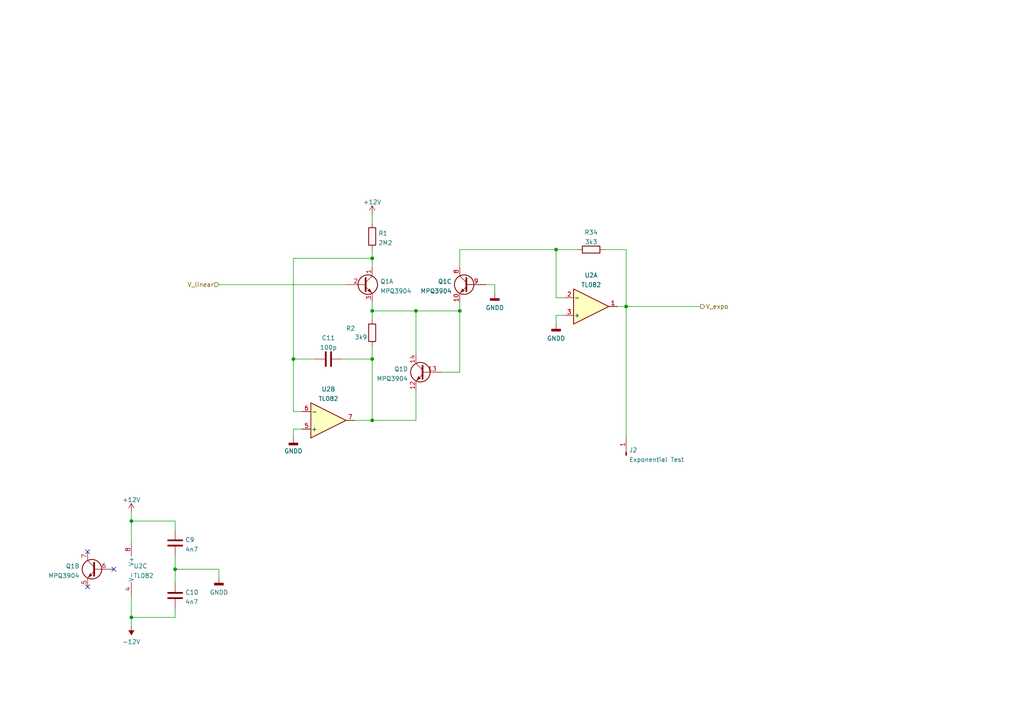
<source format=kicad_sch>
(kicad_sch (version 20211123) (generator eeschema)
  (paper "A4")
  (lib_symbols
    (symbol "Amplifier_Operational:TL082" (pin_names (offset 0.127))
      (property "Reference" "U" (at 0 5.08 0))
      (property "Value" "TL082" (at 0 -5.08 0))
      (symbol "TL082_1_1"
        (polyline (pts (xy -5.08 5.08) (xy 5.08 0) (xy -5.08 -5.08) (xy -5.08 5.08)) (stroke (width 0.254)) (fill (type background)))
        (pin output line (at 7.62 0 180) (length 2.54) (name "~") (number "1"))
        (pin input line (at -7.62 -2.54 0) (length 2.54) (name "-") (number "2"))
        (pin input line (at -7.62 2.54 0) (length 2.54) (name "+") (number "3"))
      )
      (symbol "TL082_2_1"
        (polyline (pts (xy -5.08 5.08) (xy 5.08 0) (xy -5.08 -5.08) (xy -5.08 5.08)) (stroke (width 0.254)) (fill (type background)))
        (pin input line (at -7.62 2.54 0) (length 2.54) (name "+") (number "5"))
        (pin input line (at -7.62 -2.54 0) (length 2.54) (name "-") (number "6"))
        (pin output line (at 7.62 0 180) (length 2.54) (name "~") (number "7"))
      )
      (symbol "TL082_3_1"
        (pin power_in line (at -2.54 -7.62 90) (length 3.81) (name "V-") (number "4"))
        (pin power_in line (at -2.54 7.62 270) (length 3.81) (name "V+") (number "8"))
      )
    )
    (symbol "Connector:Conn_01x01_Male" (pin_names (offset 1.016) hide)
      (property "Reference" "J" (at 0 2.54 0))
      (property "Value" "Conn_01x01_Male" (at 0 -2.54 0))
      (symbol "Conn_01x01_Male_1_1"
        (polyline (pts (xy 1.27 0) (xy 0.8636 0)) (stroke (width 0.1524)))
        (rectangle (start 0.8636 0.127) (end 0 -0.127) (stroke (width 0.1524)) (fill (type outline)))
        (pin passive line (at 5.08 0 180) (length 3.81) (name "Pin_1") (number "1"))
      )
    )
    (symbol "Custom:MPQ3904" (pin_names (offset 1.016))
      (property "Reference" "Q" (at 6.35 1.27 0))
      (property "Value" "MPQ3904" (at 6.35 -1.27 0))
      (symbol "MPQ3904_1_1"
        (circle (center -1.27 0) (radius 2.8194) (stroke (width 0.254)))
        (polyline (pts (xy -1.905 0.635) (xy 0 2.54)))
        (polyline (pts (xy -1.905 -0.635) (xy 0 -2.54) (xy 0 -2.54)))
        (polyline (pts (xy -1.905 1.905) (xy -1.905 -1.905) (xy -1.905 -1.905)) (stroke (width 0.508)))
        (polyline (pts (xy -1.27 -1.778) (xy -0.762 -1.27) (xy -0.254 -2.286) (xy -1.27 -1.778) (xy -1.27 -1.778)) (fill (type outline)))
        (pin passive line (at 0 5.08 270) (length 2.54) (name "~") (number "1"))
        (pin passive line (at -7.62 0 0) (length 5.715) (name "~") (number "2"))
        (pin passive line (at 0 -5.08 90) (length 2.54) (name "~") (number "3"))
      )
      (symbol "MPQ3904_2_1"
        (circle (center -1.27 0) (radius 2.8194) (stroke (width 0.254)))
        (polyline (pts (xy -1.905 0.635) (xy 0 2.54)))
        (polyline (pts (xy -1.905 -0.635) (xy 0 -2.54) (xy 0 -2.54)))
        (polyline (pts (xy -1.905 1.905) (xy -1.905 -1.905) (xy -1.905 -1.905)) (stroke (width 0.508)))
        (polyline (pts (xy -1.27 -1.778) (xy -0.762 -1.27) (xy -0.254 -2.286) (xy -1.27 -1.778) (xy -1.27 -1.778)) (fill (type outline)))
        (pin passive line (at 0 -5.08 90) (length 2.54) (name "~") (number "5"))
        (pin passive line (at -7.62 0 0) (length 5.715) (name "~") (number "6"))
        (pin passive line (at 0 5.08 270) (length 2.54) (name "~") (number "7"))
      )
      (symbol "MPQ3904_3_1"
        (circle (center -1.27 0) (radius 2.8194) (stroke (width 0.254)))
        (polyline (pts (xy -1.905 0.635) (xy 0 2.54)))
        (polyline (pts (xy -1.905 -0.635) (xy 0 -2.54) (xy 0 -2.54)))
        (polyline (pts (xy -1.905 1.905) (xy -1.905 -1.905) (xy -1.905 -1.905)) (stroke (width 0.508)))
        (polyline (pts (xy -1.27 -1.778) (xy -0.762 -1.27) (xy -0.254 -2.286) (xy -1.27 -1.778) (xy -1.27 -1.778)) (fill (type outline)))
        (pin passive line (at 0 -5.08 90) (length 2.54) (name "~") (number "10"))
        (pin passive line (at 0 5.08 270) (length 2.54) (name "~") (number "8"))
        (pin passive line (at -7.62 0 0) (length 5.715) (name "~") (number "9"))
      )
      (symbol "MPQ3904_4_1"
        (circle (center -1.27 0) (radius 2.8194) (stroke (width 0.254)))
        (polyline (pts (xy -1.905 0.635) (xy 0 2.54)))
        (polyline (pts (xy -1.905 -0.635) (xy 0 -2.54) (xy 0 -2.54)))
        (polyline (pts (xy -1.905 1.905) (xy -1.905 -1.905) (xy -1.905 -1.905)) (stroke (width 0.508)))
        (polyline (pts (xy -1.27 -1.778) (xy -0.762 -1.27) (xy -0.254 -2.286) (xy -1.27 -1.778) (xy -1.27 -1.778)) (fill (type outline)))
        (pin passive line (at 0 -5.08 90) (length 2.54) (name "~") (number "12"))
        (pin passive line (at -7.62 0 0) (length 5.715) (name "~") (number "13"))
        (pin passive line (at 0 5.08 270) (length 2.54) (name "~") (number "14"))
      )
    )
    (symbol "Device:C" (pin_numbers hide) (pin_names (offset 0.254))
      (property "Reference" "C" (at 0.635 2.54 0))
      (property "Value" "C" (at 0.635 -2.54 0))
      (symbol "C_0_1"
        (polyline (pts (xy -2.032 -0.762) (xy 2.032 -0.762)) (stroke (width 0.508)))
        (polyline (pts (xy -2.032 0.762) (xy 2.032 0.762)) (stroke (width 0.508)))
      )
      (symbol "C_1_1"
        (pin passive line (at 0 3.81 270) (length 2.794) (name "~") (number "1"))
        (pin passive line (at 0 -3.81 90) (length 2.794) (name "~") (number "2"))
      )
    )
    (symbol "Device:R" (pin_numbers hide) (pin_names (offset 0))
      (property "Reference" "R" (at 2.032 0 90))
      (property "Value" "R" (at 0 0 90))
      (symbol "R_0_1"
        (rectangle (start -1.016 -2.54) (end 1.016 2.54) (stroke (width 0.254)))
      )
      (symbol "R_1_1"
        (pin passive line (at 0 3.81 270) (length 1.27) (name "~") (number "1"))
        (pin passive line (at 0 -3.81 90) (length 1.27) (name "~") (number "2"))
      )
    )
    (symbol "power:+12V" (power) (pin_names (offset 0))
      (property "Value" "+12V" (at 0 3.556 0))
      (symbol "+12V_0_1"
        (polyline (pts (xy -0.762 1.27) (xy 0 2.54)))
        (polyline (pts (xy 0 0) (xy 0 2.54)))
        (polyline (pts (xy 0 2.54) (xy 0.762 1.27)))
      )
      (symbol "+12V_1_1"
        (pin power_in line (at 0 0 90) (length 0) hide (name "+12V") (number "1"))
      )
    )
    (symbol "power:-12V" (power) (pin_names (offset 0))
      (property "Value" "-12V" (at 0 3.81 0))
      (symbol "-12V_0_0"
        (pin power_in line (at 0 0 90) (length 0) hide (name "-12V") (number "1"))
      )
      (symbol "-12V_0_1"
        (polyline (pts (xy 0 0) (xy 0 1.27) (xy 0.762 1.27) (xy 0 2.54) (xy -0.762 1.27) (xy 0 1.27)) (fill (type outline)))
      )
    )
    (symbol "power:GNDD" (power) (pin_names (offset 0))
      (property "Value" "GNDD" (at 0 -3.175 0))
      (symbol "GNDD_0_1"
        (rectangle (start -1.27 -1.524) (end 1.27 -2.032) (stroke (width 0.254)) (fill (type outline)))
        (polyline (pts (xy 0 0) (xy 0 -1.524)))
      )
      (symbol "GNDD_1_1"
        (pin power_in line (at 0 0 270) (length 0) hide (name "GNDD") (number "1"))
      )
    )
  )
  (junction (at 107.95 74.93))
  (junction (at 85.09 104.14))
  (junction (at 120.65 90.17))
  (junction (at 161.29 72.39))
  (junction (at 38.1 179.07))
  (junction (at 133.35 90.17))
  (junction (at 107.95 90.17))
  (junction (at 38.1 151.13))
  (junction (at 181.61 88.9))
  (junction (at 50.8 165.1))
  (junction (at 107.95 104.14))
  (junction (at 107.95 121.92))
  (no_connect (at 25.4 170.18))
  (no_connect (at 25.4 160.02))
  (no_connect (at 33.02 165.1))
  (wire (pts (xy 91.44 104.14) (xy 85.09 104.14)))
  (wire (pts (xy 85.09 119.38) (xy 87.63 119.38)))
  (wire (pts (xy 85.09 104.14) (xy 85.09 119.38)))
  (wire (pts (xy 181.61 88.9) (xy 181.61 127)))
  (wire (pts (xy 107.95 121.92) (xy 120.65 121.92)))
  (wire (pts (xy 133.35 87.63) (xy 133.35 90.17)))
  (wire (pts (xy 87.63 124.46) (xy 85.09 124.46)))
  (wire (pts (xy 38.1 172.72) (xy 38.1 179.07)))
  (wire (pts (xy 63.5 82.55) (xy 100.33 82.55)))
  (wire (pts (xy 38.1 151.13) (xy 38.1 157.48)))
  (wire (pts (xy 161.29 72.39) (xy 167.64 72.39)))
  (wire (pts (xy 133.35 90.17) (xy 133.35 107.95)))
  (wire (pts (xy 63.5 165.1) (xy 63.5 167.64)))
  (wire (pts (xy 50.8 161.29) (xy 50.8 165.1)))
  (wire (pts (xy 107.95 72.39) (xy 107.95 74.93)))
  (wire (pts (xy 120.65 90.17) (xy 133.35 90.17)))
  (wire (pts (xy 133.35 72.39) (xy 161.29 72.39)))
  (wire (pts (xy 107.95 104.14) (xy 107.95 121.92)))
  (wire (pts (xy 181.61 88.9) (xy 179.07 88.9)))
  (wire (pts (xy 38.1 179.07) (xy 50.8 179.07)))
  (wire (pts (xy 50.8 165.1) (xy 63.5 165.1)))
  (wire (pts (xy 161.29 86.36) (xy 161.29 72.39)))
  (wire (pts (xy 102.87 121.92) (xy 107.95 121.92)))
  (wire (pts (xy 38.1 151.13) (xy 50.8 151.13)))
  (wire (pts (xy 38.1 148.59) (xy 38.1 151.13)))
  (wire (pts (xy 163.83 86.36) (xy 161.29 86.36)))
  (wire (pts (xy 133.35 72.39) (xy 133.35 77.47)))
  (wire (pts (xy 38.1 179.07) (xy 38.1 181.61)))
  (wire (pts (xy 50.8 179.07) (xy 50.8 176.53)))
  (wire (pts (xy 50.8 165.1) (xy 50.8 168.91)))
  (wire (pts (xy 140.97 82.55) (xy 143.51 82.55)))
  (wire (pts (xy 50.8 151.13) (xy 50.8 153.67)))
  (wire (pts (xy 107.95 74.93) (xy 107.95 77.47)))
  (wire (pts (xy 120.65 90.17) (xy 120.65 102.87)))
  (wire (pts (xy 99.06 104.14) (xy 107.95 104.14)))
  (wire (pts (xy 128.27 107.95) (xy 133.35 107.95)))
  (wire (pts (xy 107.95 87.63) (xy 107.95 90.17)))
  (wire (pts (xy 161.29 91.44) (xy 161.29 93.98)))
  (wire (pts (xy 163.83 91.44) (xy 161.29 91.44)))
  (wire (pts (xy 120.65 113.03) (xy 120.65 121.92)))
  (wire (pts (xy 181.61 72.39) (xy 181.61 88.9)))
  (wire (pts (xy 85.09 104.14) (xy 85.09 74.93)))
  (wire (pts (xy 175.26 72.39) (xy 181.61 72.39)))
  (wire (pts (xy 107.95 90.17) (xy 107.95 92.71)))
  (wire (pts (xy 107.95 62.23) (xy 107.95 64.77)))
  (wire (pts (xy 107.95 100.33) (xy 107.95 104.14)))
  (wire (pts (xy 143.51 82.55) (xy 143.51 85.09)))
  (wire (pts (xy 181.61 88.9) (xy 203.2 88.9)))
  (wire (pts (xy 107.95 90.17) (xy 120.65 90.17)))
  (wire (pts (xy 85.09 74.93) (xy 107.95 74.93)))
  (wire (pts (xy 85.09 124.46) (xy 85.09 127)))
  (hierarchical_label "V_linear" (shape input) (at 63.5 82.55 180))
  (hierarchical_label "V_expo" (shape output) (at 203.2 88.9 0))
  (symbol (lib_id "Device:R") (at 107.95 68.58 0) (unit 1)
    (property "Reference" "R1" (at 109.728 67.6715 0) (effects (justify left)))
    (property "Value" "2M2" (at 109.728 70.4466 0) (effects (justify left)))
    (property "Footprint" "Resistor_THT:R_Axial_DIN0207_L6.3mm_D2.5mm_P2.54mm_Vertical" (effects hide))
  )
  (symbol (lib_id "Device:C") (at 50.8 172.72 0) (unit 1)
    (property "Reference" "C10" (at 53.721 171.8115 0) (effects (justify left)))
    (property "Value" "4n7" (at 53.721 174.5866 0) (effects (justify left)))
    (property "Footprint" "Custom Footprints:C_Disc_P2.54mm" (effects hide))
  )
  (symbol (lib_id "Device:R") (at 107.95 96.52 0) (mirror y) (unit 1)
    (property "Reference" "R2" (at 100.33 95.25 0) (effects (justify right)))
    (property "Value" "3k9" (at 102.87 97.79 0) (effects (justify right)))
    (property "Footprint" "Resistor_THT:R_Axial_DIN0207_L6.3mm_D2.5mm_P10.16mm_Horizontal" (effects hide))
  )
  (symbol (lib_id "Custom:MPQ3904") (at 133.35 82.55 0) (mirror y) (unit 3)
    (property "Reference" "Q1" (at 131.0386 81.6415 0) (effects (justify left)))
    (property "Value" "MPQ3904" (at 131.0386 84.4166 0) (effects (justify left)))
    (property "Footprint" "Custom Footprints:DIP-14_central_caps" (effects hide))
  )
  (symbol (lib_id "Device:C") (at 50.8 157.48 0) (unit 1)
    (property "Reference" "C9" (at 53.721 156.5715 0) (effects (justify left)))
    (property "Value" "4n7" (at 53.721 159.3466 0) (effects (justify left)))
    (property "Footprint" "Custom Footprints:C_Disc_P2.54mm" (effects hide))
  )
  (symbol (lib_id "power:+12V") (at 107.95 62.23 0) (unit 1)
    (property "Reference" "#PWR028" (effects hide))
    (property "Value" "+12V" (at 107.95 58.6255 0))
  )
  (symbol (lib_id "Custom:MPQ3904") (at 25.4 165.1 0) (mirror y) (unit 2)
    (property "Reference" "Q1" (at 23.0886 164.1915 0) (effects (justify left)))
    (property "Value" "MPQ3904" (at 23.0886 166.9666 0) (effects (justify left)))
    (property "Footprint" "Custom Footprints:DIP-14_central_caps" (effects hide))
  )
  (symbol (lib_id "Device:R") (at 171.45 72.39 90) (unit 1)
    (property "Reference" "R34" (at 171.45 67.4075 90))
    (property "Value" "3k3" (at 171.45 70.1826 90))
    (property "Footprint" "Resistor_THT:R_Axial_DIN0207_L6.3mm_D2.5mm_P10.16mm_Horizontal" (effects hide))
  )
  (symbol (lib_id "power:GNDD") (at 143.51 85.09 0) (unit 1)
    (property "Reference" "#PWR029" (effects hide))
    (property "Value" "GNDD" (at 143.51 89.2715 0))
  )
  (symbol (lib_id "Amplifier_Operational:TL082") (at 95.25 121.92 0) (mirror x) (unit 2)
    (property "Reference" "U2" (at 95.25 112.8735 0))
    (property "Value" "TL082" (at 95.25 115.6486 0))
    (property "Footprint" "Custom Footprints:DIP-8_central_caps" (effects hide))
    (property "Datasheet" "http://www.ti.com/lit/ds/symlink/tl081.pdf" (effects hide))
  )
  (symbol (lib_id "power:-12V") (at 38.1 181.61 180) (unit 1)
    (property "Reference" "#PWR025" (effects hide))
    (property "Value" "-12V" (at 38.1 186.1725 0))
  )
  (symbol (lib_id "power:GNDD") (at 85.09 127 0) (unit 1)
    (property "Reference" "#PWR027" (effects hide))
    (property "Value" "GNDD" (at 85.09 130.81 0))
  )
  (symbol (lib_id "Custom:MPQ3904") (at 120.65 107.95 0) (mirror y) (unit 4)
    (property "Reference" "Q1" (at 118.3386 107.0415 0) (effects (justify left)))
    (property "Value" "MPQ3904" (at 118.3386 109.8166 0) (effects (justify left)))
    (property "Footprint" "Custom Footprints:DIP-14_central_caps" (effects hide))
  )
  (symbol (lib_id "Device:C") (at 95.25 104.14 90) (unit 1)
    (property "Reference" "C11" (at 95.25 98.0145 90))
    (property "Value" "100p" (at 95.25 100.7896 90))
    (property "Footprint" "Custom Footprints:C_Disc_P2.54mm" (effects hide))
  )
  (symbol (lib_id "Amplifier_Operational:TL082") (at 171.45 88.9 0) (mirror x) (unit 1)
    (property "Reference" "U2" (at 171.45 79.8535 0))
    (property "Value" "TL082" (at 171.45 82.6286 0))
    (property "Footprint" "Custom Footprints:DIP-8_central_caps" (effects hide))
    (property "Datasheet" "http://www.ti.com/lit/ds/symlink/tl081.pdf" (effects hide))
  )
  (symbol (lib_id "power:GNDD") (at 161.29 93.98 0) (unit 1)
    (property "Reference" "#PWR030" (effects hide))
    (property "Value" "GNDD" (at 161.29 98.1615 0))
  )
  (symbol (lib_id "Connector:Conn_01x01_Male") (at 181.61 132.08 90) (unit 1)
    (property "Reference" "J2" (at 182.4482 130.5365 90) (effects (justify right)))
    (property "Value" "Exponential Test" (at 182.4482 133.3116 90) (effects (justify right)))
    (property "Footprint" "Connector_PinHeader_2.54mm:PinHeader_1x01_P2.54mm_Vertical" (effects hide))
  )
  (symbol (lib_id "power:+12V") (at 38.1 148.59 0) (unit 1)
    (property "Reference" "#PWR024" (effects hide))
    (property "Value" "+12V" (at 38.1 144.9855 0))
  )
  (symbol (lib_id "Custom:MPQ3904") (at 107.95 82.55 0) (unit 1)
    (property "Reference" "Q1" (at 110.2614 81.6415 0) (effects (justify left)))
    (property "Value" "MPQ3904" (at 110.2614 84.4166 0) (effects (justify left)))
    (property "Footprint" "Custom Footprints:DIP-14_central_caps" (effects hide))
  )
  (symbol (lib_id "Amplifier_Operational:TL082") (at 40.64 165.1 0) (unit 3)
    (property "Reference" "U2" (at 38.735 164.1915 0) (effects (justify left)))
    (property "Value" "TL082" (at 38.735 166.9666 0) (effects (justify left)))
    (property "Footprint" "Custom Footprints:DIP-8_central_caps" (effects hide))
    (property "Datasheet" "http://www.ti.com/lit/ds/symlink/tl081.pdf" (effects hide))
  )
  (symbol (lib_id "power:GNDD") (at 63.5 167.64 0) (unit 1)
    (property "Reference" "#PWR026" (effects hide))
    (property "Value" "GNDD" (at 63.5 171.8215 0))
  )
)
</source>
